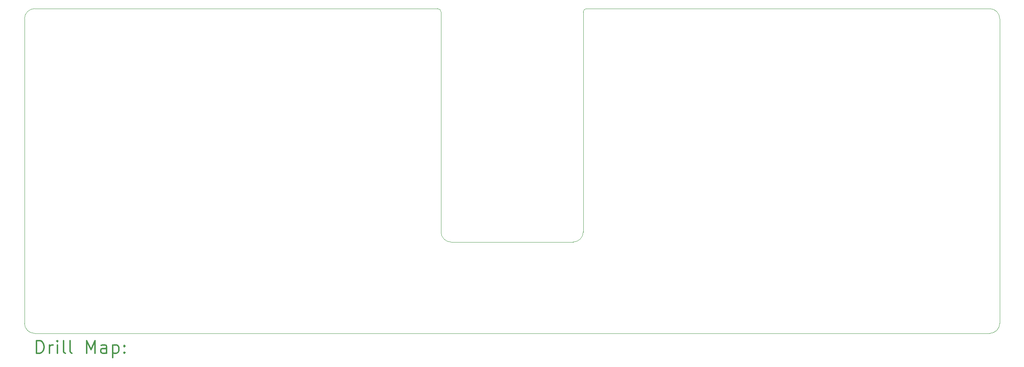
<source format=gbr>
%FSLAX45Y45*%
G04 Gerber Fmt 4.5, Leading zero omitted, Abs format (unit mm)*
G04 Created by KiCad (PCBNEW 5.1.9+dfsg1-1) date 2022-03-28 15:57:16*
%MOMM*%
%LPD*%
G01*
G04 APERTURE LIST*
%TA.AperFunction,Profile*%
%ADD10C,0.050000*%
%TD*%
%ADD11C,0.200000*%
%ADD12C,0.300000*%
G04 APERTURE END LIST*
D10*
X17145000Y-3175000D02*
X17303750Y-3175000D01*
X17065625Y-3413125D02*
X17065625Y-3254375D01*
X17065625Y-3254375D02*
G75*
G02*
X17145000Y-3175000I79375J0D01*
G01*
X13652500Y-3175000D02*
X13493750Y-3175000D01*
X13731875Y-3413125D02*
X13731875Y-3254375D01*
X13652500Y-3175000D02*
G75*
G02*
X13731875Y-3254375I0J-79375D01*
G01*
X17303750Y-3175000D02*
X26590625Y-3175000D01*
X17065625Y-8413750D02*
X17065625Y-3413125D01*
X13970000Y-8651875D02*
X16827500Y-8651875D01*
X13731875Y-3413125D02*
X13731875Y-8413750D01*
X4206875Y-3175000D02*
X13493750Y-3175000D01*
X26828750Y-3413125D02*
X26828750Y-10556875D01*
X3968750Y-10556875D02*
X3968750Y-3413125D01*
X26590625Y-10795000D02*
X4206875Y-10795000D01*
X26828750Y-10556875D02*
G75*
G02*
X26590625Y-10795000I-238125J0D01*
G01*
X26590625Y-3175000D02*
G75*
G02*
X26828750Y-3413125I0J-238125D01*
G01*
X17065625Y-8413750D02*
G75*
G02*
X16827500Y-8651875I-238125J0D01*
G01*
X13970000Y-8651875D02*
G75*
G02*
X13731875Y-8413750I0J238125D01*
G01*
X4206875Y-10795000D02*
G75*
G02*
X3968750Y-10556875I0J238125D01*
G01*
X3968750Y-3413125D02*
G75*
G02*
X4206875Y-3175000I238125J0D01*
G01*
D11*
D12*
X4252678Y-11263214D02*
X4252678Y-10963214D01*
X4324107Y-10963214D01*
X4366964Y-10977500D01*
X4395536Y-11006072D01*
X4409821Y-11034643D01*
X4424107Y-11091786D01*
X4424107Y-11134643D01*
X4409821Y-11191786D01*
X4395536Y-11220357D01*
X4366964Y-11248929D01*
X4324107Y-11263214D01*
X4252678Y-11263214D01*
X4552678Y-11263214D02*
X4552678Y-11063214D01*
X4552678Y-11120357D02*
X4566964Y-11091786D01*
X4581250Y-11077500D01*
X4609821Y-11063214D01*
X4638393Y-11063214D01*
X4738393Y-11263214D02*
X4738393Y-11063214D01*
X4738393Y-10963214D02*
X4724107Y-10977500D01*
X4738393Y-10991786D01*
X4752678Y-10977500D01*
X4738393Y-10963214D01*
X4738393Y-10991786D01*
X4924107Y-11263214D02*
X4895536Y-11248929D01*
X4881250Y-11220357D01*
X4881250Y-10963214D01*
X5081250Y-11263214D02*
X5052678Y-11248929D01*
X5038393Y-11220357D01*
X5038393Y-10963214D01*
X5424107Y-11263214D02*
X5424107Y-10963214D01*
X5524107Y-11177500D01*
X5624107Y-10963214D01*
X5624107Y-11263214D01*
X5895536Y-11263214D02*
X5895536Y-11106072D01*
X5881250Y-11077500D01*
X5852678Y-11063214D01*
X5795536Y-11063214D01*
X5766964Y-11077500D01*
X5895536Y-11248929D02*
X5866964Y-11263214D01*
X5795536Y-11263214D01*
X5766964Y-11248929D01*
X5752678Y-11220357D01*
X5752678Y-11191786D01*
X5766964Y-11163214D01*
X5795536Y-11148929D01*
X5866964Y-11148929D01*
X5895536Y-11134643D01*
X6038393Y-11063214D02*
X6038393Y-11363214D01*
X6038393Y-11077500D02*
X6066964Y-11063214D01*
X6124107Y-11063214D01*
X6152678Y-11077500D01*
X6166964Y-11091786D01*
X6181250Y-11120357D01*
X6181250Y-11206071D01*
X6166964Y-11234643D01*
X6152678Y-11248929D01*
X6124107Y-11263214D01*
X6066964Y-11263214D01*
X6038393Y-11248929D01*
X6309821Y-11234643D02*
X6324107Y-11248929D01*
X6309821Y-11263214D01*
X6295536Y-11248929D01*
X6309821Y-11234643D01*
X6309821Y-11263214D01*
X6309821Y-11077500D02*
X6324107Y-11091786D01*
X6309821Y-11106072D01*
X6295536Y-11091786D01*
X6309821Y-11077500D01*
X6309821Y-11106072D01*
M02*

</source>
